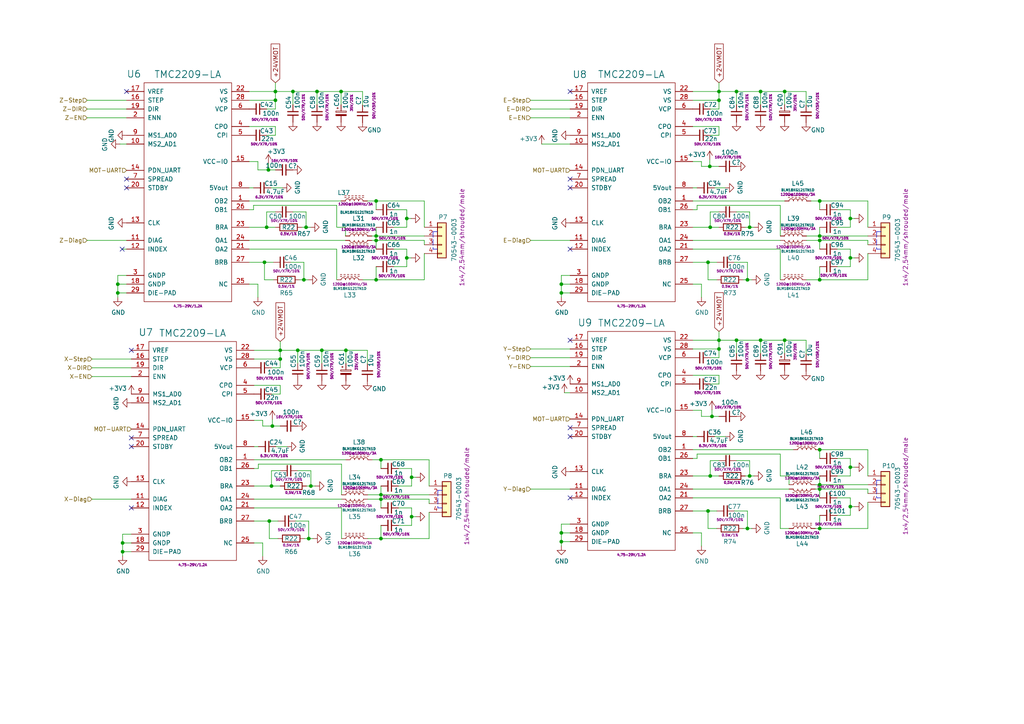
<source format=kicad_sch>
(kicad_sch (version 20231120) (generator "eeschema") (generator_version "8.0")
  (paper "A4")
  (title_block (title "Buddy") (date "2019-10-24") (rev "v1.0.0") (company "PRUSA Research s.r.o.") (comment 1 "http://creativecommons.org/licenses/by-sa/4.0/") (comment 2 "Licensed under the Attribution-ShareAlike 4.0 International (CC BY-SA 4.0)") (comment 3 "#ok1hra"))
  (junction (at 119.38 138.43))
  (junction (at 246.634 63.373))
  (junction (at 216.789 81.153))
  (junction (at 109.093 68.453))
  (junction (at 84.963 26.543))
  (junction (at 213.614 98.679))
  (junction (at 217.424 138.049))
  (junction (at 237.744 69.723))
  (junction (at 117.983 74.803))
  (junction (at 110.49 143.51))
  (junction (at 246.634 74.803))
  (junction (at 117.983 63.373))
  (junction (at 109.093 69.723))
  (junction (at 77.851 49.276))
  (junction (at 79.883 26.543))
  (junction (at 109.093 58.293))
  (junction (at 89.535 156.21))
  (junction (at 78.74 140.97))
  (junction (at 227.584 26.543))
  (junction (at 237.744 68.453))
  (junction (at 205.994 138.049))
  (junction (at 81.28 101.6))
  (junction (at 237.744 140.589))
  (junction (at 109.093 81.153))
  (junction (at 98.933 26.543))
  (junction (at 110.49 133.35))
  (junction (at 162.814 84.963))
  (junction (at 205.359 148.209))
  (junction (at 119.38 149.86))
  (junction (at 78.994 123.571))
  (junction (at 78.105 151.13))
  (junction (at 205.867 48.26))
  (junction (at 208.534 98.679))
  (junction (at 86.36 101.6))
  (junction (at 110.49 156.21))
  (junction (at 88.138 81.153))
  (junction (at 79.883 29.083))
  (junction (at 35.56 157.48))
  (junction (at 237.744 58.293))
  (junction (at 77.343 65.913))
  (junction (at 213.614 26.543))
  (junction (at 208.534 101.219))
  (junction (at 246.634 135.509))
  (junction (at 220.599 26.543))
  (junction (at 237.744 153.289))
  (junction (at 34.163 84.963))
  (junction (at 227.584 98.679))
  (junction (at 205.359 76.073))
  (junction (at 100.33 101.6))
  (junction (at 217.424 65.913))
  (junction (at 76.708 76.073))
  (junction (at 88.773 65.913))
  (junction (at 162.814 157.099))
  (junction (at 162.814 154.559))
  (junction (at 205.994 65.913))
  (junction (at 220.599 98.679))
  (junction (at 237.744 81.153))
  (junction (at 91.948 26.543))
  (junction (at 208.534 26.543))
  (junction (at 237.744 141.859))
  (junction (at 237.744 130.429))
  (junction (at 35.56 160.02))
  (junction (at 206.502 120.777))
  (junction (at 246.634 146.939))
  (junction (at 208.534 29.083))
  (junction (at 162.814 82.423))
  (junction (at 90.17 140.97))
  (junction (at 216.789 153.289))
  (junction (at 110.49 144.78))
  (junction (at 34.163 82.423))
  (junction (at 81.28 104.14))
  (junction (at 93.345 101.6))
  (no_connect (at 165.354 51.943))
  (no_connect (at 165.354 72.263))
  (no_connect (at 38.1 101.6))
  (no_connect (at 38.1 147.32))
  (no_connect (at 35.433 72.263))
  (no_connect (at 38.1 129.54))
  (no_connect (at 165.354 124.079))
  (no_connect (at 165.354 126.619))
  (no_connect (at 38.1 127))
  (no_connect (at 165.354 98.679))
  (no_connect (at 36.703 51.943))
  (no_connect (at 165.354 54.483))
  (no_connect (at 165.354 26.543))
  (no_connect (at 36.703 26.543))
  (no_connect (at 36.703 54.483))
  (no_connect (at 165.354 144.399))
  (wire (pts (xy 25.273 31.623) (xy 36.703 31.623)))
  (wire (pts (xy 165.354 157.099) (xy 162.814 157.099)))
  (wire (pts (xy 119.38 152.4) (xy 115.57 152.4)))
  (wire (pts (xy 207.264 54.483) (xy 210.312 54.483)))
  (wire (pts (xy 74.93 135.89) (xy 74.93 134.62)))
  (wire (pts (xy 251.714 69.723) (xy 251.714 70.993)))
  (wire (pts (xy 79.883 39.243) (xy 77.343 39.243)))
  (wire (pts (xy 107.823 69.723) (xy 109.093 69.723)))
  (wire (pts (xy 233.934 69.723) (xy 237.744 69.723)))
  (wire (pts (xy 93.345 101.6) (xy 100.33 101.6)))
  (wire (pts (xy 78.74 140.97) (xy 81.28 140.97)))
  (wire (pts (xy 200.914 60.833) (xy 202.184 60.833)))
  (wire (pts (xy 251.714 81.153) (xy 251.714 73.533)))
  (wire (pts (xy 237.744 60.833) (xy 237.744 58.293)))
  (polyline (pts (xy 255.524 67.183) (xy 254.254 67.183)) (stroke (width 0) (type dash)))
  (wire (pts (xy 202.184 131.699) (xy 226.314 131.699)))
  (wire (pts (xy 107.823 68.453) (xy 109.093 68.453)))
  (wire (pts (xy 88.265 156.21) (xy 89.535 156.21)))
  (wire (pts (xy 109.093 77.343) (xy 109.093 81.153)))
  (wire (pts (xy 208.534 101.219) (xy 208.534 103.759)))
  (wire (pts (xy 165.354 79.883) (xy 162.814 79.883)))
  (wire (pts (xy 26.67 144.78) (xy 38.1 144.78)))
  (wire (pts (xy 106.553 105.537) (xy 106.553 101.6)))
  (wire (pts (xy 109.093 72.263) (xy 109.093 69.723)))
  (wire (pts (xy 106.68 156.21) (xy 110.49 156.21)))
  (polyline (pts (xy 125.603 67.183) (xy 125.603 72.263)) (stroke (width 0) (type dash)))
  (wire (pts (xy 109.093 58.293) (xy 123.063 58.293)))
  (wire (pts (xy 237.744 153.289) (xy 251.714 153.289)))
  (wire (pts (xy 36.703 82.423) (xy 34.163 82.423)))
  (wire (pts (xy 79.883 31.623) (xy 77.343 31.623)))
  (wire (pts (xy 205.994 133.604) (xy 205.994 138.049)))
  (wire (pts (xy 246.634 135.509) (xy 246.634 138.049)))
  (wire (pts (xy 200.914 26.543) (xy 208.534 26.543)))
  (wire (pts (xy 73.66 104.14) (xy 81.28 104.14)))
  (polyline (pts (xy 125.603 72.263) (xy 126.873 72.263)) (stroke (width 0) (type dash)))
  (wire (pts (xy 110.49 152.4) (xy 110.49 156.21)))
  (wire (pts (xy 213.614 98.679) (xy 220.599 98.679)))
  (wire (pts (xy 115.57 147.32) (xy 119.38 147.32)))
  (wire (pts (xy 205.994 138.049) (xy 208.534 138.049)))
  (wire (pts (xy 205.359 148.209) (xy 205.359 153.289)))
  (wire (pts (xy 236.474 141.859) (xy 237.744 141.859)))
  (wire (pts (xy 233.807 98.679) (xy 227.584 98.679)))
  (wire (pts (xy 88.9 140.97) (xy 90.17 140.97)))
  (wire (pts (xy 79.883 26.543) (xy 84.963 26.543)))
  (wire (pts (xy 200.914 118.999) (xy 203.454 118.999)))
  (wire (pts (xy 237.744 58.293) (xy 251.714 58.293)))
  (wire (pts (xy 79.883 24.003) (xy 79.883 26.543)))
  (wire (pts (xy 205.359 76.073) (xy 205.359 81.153)))
  (wire (pts (xy 26.67 109.22) (xy 38.1 109.22)))
  (wire (pts (xy 213.614 61.468) (xy 217.424 61.468)))
  (wire (pts (xy 212.979 76.073) (xy 216.789 76.073)))
  (wire (pts (xy 74.803 49.276) (xy 74.803 46.863)))
  (wire (pts (xy 200.914 108.839) (xy 208.534 108.839)))
  (wire (pts (xy 78.994 123.571) (xy 76.2 123.571)))
  (wire (pts (xy 36.703 41.783) (xy 34.798 41.783)))
  (polyline (pts (xy 255.524 139.319) (xy 254.254 139.319)) (stroke (width 0) (type dash)))
  (wire (pts (xy 236.474 140.589) (xy 237.744 140.589)))
  (wire (pts (xy 72.263 46.863) (xy 74.803 46.863)))
  (wire (pts (xy 216.154 65.913) (xy 217.424 65.913)))
  (wire (pts (xy 208.534 24.003) (xy 208.534 26.543)))
  (wire (pts (xy 200.914 141.859) (xy 228.854 141.859)))
  (wire (pts (xy 117.983 65.913) (xy 114.173 65.913)))
  (wire (pts (xy 226.314 72.263) (xy 226.314 81.153)))
  (wire (pts (xy 233.807 26.543) (xy 227.584 26.543)))
  (wire (pts (xy 81.28 104.14) (xy 81.28 106.68)))
  (wire (pts (xy 81.28 114.3) (xy 78.74 114.3)))
  (wire (pts (xy 200.914 72.263) (xy 226.314 72.263)))
  (wire (pts (xy 200.914 76.073) (xy 205.359 76.073)))
  (wire (pts (xy 77.851 47.371) (xy 77.851 49.276)))
  (wire (pts (xy 153.924 31.623) (xy 165.354 31.623)))
  (wire (pts (xy 202.184 60.833) (xy 202.184 59.563)))
  (wire (pts (xy 200.914 82.423) (xy 203.454 82.423)))
  (wire (pts (xy 86.36 136.525) (xy 90.17 136.525)))
  (wire (pts (xy 200.914 132.969) (xy 202.184 132.969)))
  (wire (pts (xy 162.814 157.099) (xy 162.814 158.369)))
  (wire (pts (xy 153.924 103.759) (xy 165.354 103.759)))
  (wire (pts (xy 226.314 131.699) (xy 226.314 138.049)))
  (wire (pts (xy 72.263 58.293) (xy 98.933 58.293)))
  (wire (pts (xy 98.933 26.543) (xy 98.933 30.353)))
  (wire (pts (xy 213.614 102.489) (xy 213.614 98.679)))
  (wire (pts (xy 200.914 154.559) (xy 203.454 154.559)))
  (wire (pts (xy 25.273 69.723) (xy 36.703 69.723)))
  (wire (pts (xy 237.744 130.429) (xy 251.714 130.429)))
  (wire (pts (xy 72.263 36.703) (xy 79.883 36.703)))
  (wire (pts (xy 78.105 156.21) (xy 80.645 156.21)))
  (wire (pts (xy 79.248 76.073) (xy 76.708 76.073)))
  (wire (pts (xy 216.789 81.153) (xy 218.059 81.153)))
  (wire (pts (xy 110.49 140.97) (xy 110.49 143.51)))
  (wire (pts (xy 208.534 26.543) (xy 213.614 26.543)))
  (wire (pts (xy 73.66 133.35) (xy 100.33 133.35)))
  (wire (pts (xy 247.904 135.509) (xy 246.634 135.509)))
  (wire (pts (xy 246.634 60.833) (xy 246.634 63.373)))
  (wire (pts (xy 74.803 82.423) (xy 74.803 86.233)))
  (wire (pts (xy 208.534 36.703) (xy 208.534 39.243)))
  (wire (pts (xy 117.983 74.803) (xy 117.983 77.343)))
  (wire (pts (xy 80.645 151.13) (xy 78.105 151.13)))
  (wire (pts (xy 217.424 138.049) (xy 218.694 138.049)))
  (wire (pts (xy 73.66 111.76) (xy 81.28 111.76)))
  (wire (pts (xy 105.283 81.153) (xy 109.093 81.153)))
  (wire (pts (xy 117.983 63.373) (xy 117.983 65.913)))
  (wire (pts (xy 72.263 65.913) (xy 77.343 65.913)))
  (wire (pts (xy 77.851 49.276) (xy 74.803 49.276)))
  (wire (pts (xy 99.06 147.32) (xy 99.06 156.21)))
  (wire (pts (xy 123.063 81.153) (xy 123.063 73.533)))
  (wire (pts (xy 79.883 26.543) (xy 79.883 29.083)))
  (wire (pts (xy 153.924 34.163) (xy 165.354 34.163)))
  (wire (pts (xy 77.343 61.468) (xy 77.343 65.913)))
  (wire (pts (xy 213.614 133.604) (xy 217.424 133.604)))
  (wire (pts (xy 88.773 65.913) (xy 90.043 65.913)))
  (wire (pts (xy 242.824 132.969) (xy 246.634 132.969)))
  (wire (pts (xy 78.105 151.13) (xy 78.105 156.21)))
  (wire (pts (xy 105.156 26.543) (xy 98.933 26.543)))
  (wire (pts (xy 72.263 60.833) (xy 73.533 60.833)))
  (wire (pts (xy 88.138 81.153) (xy 89.408 81.153)))
  (wire (pts (xy 109.093 81.153) (xy 123.063 81.153)))
  (wire (pts (xy 119.253 63.373) (xy 117.983 63.373)))
  (wire (pts (xy 120.65 138.43) (xy 119.38 138.43)))
  (wire (pts (xy 79.883 36.703) (xy 79.883 39.243)))
  (wire (pts (xy 81.28 123.571) (xy 78.994 123.571)))
  (wire (pts (xy 227.584 26.543) (xy 227.584 30.353)))
  (wire (pts (xy 205.867 48.26) (xy 203.454 48.26)))
  (wire (pts (xy 237.744 141.859) (xy 237.744 144.399)))
  (wire (pts (xy 200.914 29.083) (xy 208.534 29.083)))
  (wire (pts (xy 73.66 147.32) (xy 99.06 147.32)))
  (wire (pts (xy 251.714 153.289) (xy 251.714 145.669)))
  (wire (pts (xy 34.163 82.423) (xy 34.163 84.963)))
  (wire (pts (xy 200.914 46.863) (xy 203.454 46.863)))
  (wire (pts (xy 200.914 69.723) (xy 226.314 69.723)))
  (wire (pts (xy 81.28 101.6) (xy 81.28 104.14)))
  (wire (pts (xy 78.613 54.483) (xy 81.915 54.483)))
  (wire (pts (xy 36.703 72.263) (xy 35.433 72.263)))
  (wire (pts (xy 72.263 82.423) (xy 74.803 82.423)))
  (wire (pts (xy 246.634 63.373) (xy 246.634 65.913)))
  (wire (pts (xy 162.814 152.019) (xy 162.814 154.559)))
  (wire (pts (xy 226.314 59.563) (xy 226.314 68.453)))
  (wire (pts (xy 247.904 146.939) (xy 246.634 146.939)))
  (wire (pts (xy 114.173 60.833) (xy 117.983 60.833)))
  (wire (pts (xy 110.49 133.35) (xy 124.46 133.35)))
  (wire (pts (xy 81.28 106.68) (xy 78.74 106.68)))
  (wire (pts (xy 115.57 135.89) (xy 119.38 135.89)))
  (polyline (pts (xy 254.254 67.183) (xy 254.254 72.263)) (stroke (width 0) (type dash)))
  (polyline (pts (xy 128.27 142.24) (xy 127 142.24)) (stroke (width 0) (type dash)))
  (wire (pts (xy 79.883 29.083) (xy 79.883 31.623)))
  (wire (pts (xy 226.314 138.049) (xy 228.854 138.049)))
  (wire (pts (xy 97.663 72.263) (xy 97.663 81.153)))
  (wire (pts (xy 107.95 133.35) (xy 110.49 133.35)))
  (wire (pts (xy 162.814 154.559) (xy 162.814 157.099)))
  (wire (pts (xy 72.263 72.263) (xy 97.663 72.263)))
  (wire (pts (xy 216.789 148.209) (xy 216.789 153.289)))
  (polyline (pts (xy 127 142.24) (xy 127 147.32)) (stroke (width 0) (type dash)))
  (polyline (pts (xy 127 147.32) (xy 128.27 147.32)) (stroke (width 0) (type dash)))
  (wire (pts (xy 205.359 81.153) (xy 207.899 81.153)))
  (wire (pts (xy 237.744 141.859) (xy 251.714 141.859)))
  (wire (pts (xy 72.263 54.483) (xy 73.533 54.483)))
  (wire (pts (xy 73.66 135.89) (xy 74.93 135.89)))
  (polyline (pts (xy 254.254 139.319) (xy 254.254 144.399)) (stroke (width 0) (type dash)))
  (wire (pts (xy 220.599 98.679) (xy 227.584 98.679)))
  (wire (pts (xy 109.093 65.913) (xy 109.093 68.453)))
  (wire (pts (xy 206.502 120.777) (xy 203.454 120.777)))
  (wire (pts (xy 233.934 68.453) (xy 237.744 68.453)))
  (wire (pts (xy 89.535 156.21) (xy 90.805 156.21)))
  (wire (pts (xy 208.534 39.243) (xy 205.994 39.243)))
  (wire (pts (xy 109.093 60.833) (xy 109.093 58.293)))
  (wire (pts (xy 165.354 152.019) (xy 162.814 152.019)))
  (wire (pts (xy 77.343 65.913) (xy 79.883 65.913)))
  (wire (pts (xy 207.899 148.209) (xy 205.359 148.209)))
  (wire (pts (xy 247.904 74.803) (xy 246.634 74.803)))
  (wire (pts (xy 213.614 30.353) (xy 213.614 26.543)))
  (wire (pts (xy 110.49 156.21) (xy 124.46 156.21)))
  (wire (pts (xy 80.01 129.54) (xy 83.312 129.54)))
  (wire (pts (xy 85.725 151.13) (xy 89.535 151.13)))
  (wire (pts (xy 228.854 138.049) (xy 228.854 140.589)))
  (wire (pts (xy 208.534 120.777) (xy 206.502 120.777)))
  (wire (pts (xy 208.534 133.604) (xy 205.994 133.604)))
  (wire (pts (xy 251.714 141.859) (xy 251.714 143.129)))
  (wire (pts (xy 35.56 154.94) (xy 35.56 157.48)))
  (wire (pts (xy 106.68 143.51) (xy 110.49 143.51)))
  (wire (pts (xy 26.67 106.68) (xy 38.1 106.68)))
  (wire (pts (xy 165.354 84.963) (xy 162.814 84.963)))
  (wire (pts (xy 200.914 58.293) (xy 227.584 58.293)))
  (wire (pts (xy 117.983 60.833) (xy 117.983 63.373)))
  (wire (pts (xy 233.807 30.48) (xy 233.807 26.543)))
  (polyline (pts (xy 126.873 67.183) (xy 125.603 67.183)) (stroke (width 0) (type dash)))
  (wire (pts (xy 124.46 156.21) (xy 124.46 148.59)))
  (wire (pts (xy 106.553 101.6) (xy 100.33 101.6)))
  (wire (pts (xy 203.454 120.777) (xy 203.454 118.999)))
  (wire (pts (xy 106.553 58.293) (xy 109.093 58.293)))
  (wire (pts (xy 110.49 143.51) (xy 124.46 143.51)))
  (wire (pts (xy 123.063 69.723) (xy 123.063 70.993)))
  (wire (pts (xy 93.345 105.41) (xy 93.345 101.6)))
  (wire (pts (xy 84.328 76.073) (xy 88.138 76.073)))
  (polyline (pts (xy 254.254 144.399) (xy 255.524 144.399)) (stroke (width 0) (type dash)))
  (wire (pts (xy 233.934 81.153) (xy 237.744 81.153)))
  (wire (pts (xy 26.67 104.14) (xy 38.1 104.14)))
  (wire (pts (xy 246.634 77.343) (xy 242.824 77.343)))
  (wire (pts (xy 86.36 101.6) (xy 93.345 101.6)))
  (wire (pts (xy 119.38 135.89) (xy 119.38 138.43)))
  (wire (pts (xy 36.703 84.963) (xy 34.163 84.963)))
  (wire (pts (xy 216.789 76.073) (xy 216.789 81.153)))
  (wire (pts (xy 208.534 31.623) (xy 205.994 31.623)))
  (wire (pts (xy 213.614 26.543) (xy 220.599 26.543)))
  (wire (pts (xy 91.948 26.543) (xy 98.933 26.543)))
  (wire (pts (xy 73.533 59.563) (xy 97.663 59.563)))
  (wire (pts (xy 78.994 121.666) (xy 78.994 123.571)))
  (wire (pts (xy 237.744 140.589) (xy 251.714 140.589)))
  (wire (pts (xy 220.599 30.353) (xy 220.599 26.543)))
  (wire (pts (xy 100.203 65.913) (xy 100.203 68.453)))
  (wire (pts (xy 237.744 153.289) (xy 237.744 149.479)))
  (wire (pts (xy 73.66 129.54) (xy 74.93 129.54)))
  (wire (pts (xy 88.773 61.468) (xy 88.773 65.913)))
  (wire (pts (xy 79.883 49.276) (xy 77.851 49.276)))
  (wire (pts (xy 110.49 135.89) (xy 110.49 133.35)))
  (wire (pts (xy 220.599 26.543) (xy 227.584 26.543)))
  (wire (pts (xy 153.924 69.723) (xy 165.354 69.723)))
  (wire (pts (xy 38.1 154.94) (xy 35.56 154.94)))
  (wire (pts (xy 88.138 76.073) (xy 88.138 81.153)))
  (wire (pts (xy 84.963 30.353) (xy 84.963 26.543)))
  (wire (pts (xy 205.359 153.289) (xy 207.899 153.289)))
  (wire (pts (xy 227.584 98.679) (xy 227.584 102.489)))
  (wire (pts (xy 208.534 103.759) (xy 205.994 103.759)))
  (wire (pts (xy 217.424 61.468) (xy 217.424 65.913)))
  (wire (pts (xy 78.74 136.525) (xy 78.74 140.97)))
  (wire (pts (xy 236.474 153.289) (xy 237.744 153.289)))
  (wire (pts (xy 220.599 102.489) (xy 220.599 98.679)))
  (wire (pts (xy 100.33 101.6) (xy 100.33 105.41)))
  (wire (pts (xy 74.93 134.62) (xy 99.06 134.62)))
  (wire (pts (xy 25.273 29.083) (xy 36.703 29.083)))
  (wire (pts (xy 216.789 153.289) (xy 218.059 153.289)))
  (wire (pts (xy 97.663 65.913) (xy 100.203 65.913)))
  (wire (pts (xy 109.093 69.723) (xy 123.063 69.723)))
  (wire (pts (xy 76.2 157.48) (xy 76.2 161.29)))
  (wire (pts (xy 153.924 141.859) (xy 165.354 141.859)))
  (wire (pts (xy 246.634 138.049) (xy 242.824 138.049)))
  (wire (pts (xy 246.634 72.263) (xy 246.634 74.803)))
  (wire (pts (xy 72.263 29.083) (xy 79.883 29.083)))
  (wire (pts (xy 90.17 140.97) (xy 91.44 140.97)))
  (wire (pts (xy 72.263 76.073) (xy 76.708 76.073)))
  (wire (pts (xy 216.154 138.049) (xy 217.424 138.049)))
  (wire (pts (xy 207.899 76.073) (xy 205.359 76.073)))
  (wire (pts (xy 81.28 99.06) (xy 81.28 101.6)))
  (wire (pts (xy 237.744 69.723) (xy 251.714 69.723)))
  (wire (pts (xy 165.354 154.559) (xy 162.814 154.559)))
  (wire (pts (xy 123.063 58.293) (xy 123.063 65.913)))
  (wire (pts (xy 153.924 29.083) (xy 165.354 29.083)))
  (wire (pts (xy 109.093 68.453) (xy 123.063 68.453)))
  (wire (pts (xy 79.883 61.468) (xy 77.343 61.468)))
  (wire (pts (xy 242.824 144.399) (xy 246.634 144.399)))
  (wire (pts (xy 242.824 60.833) (xy 246.634 60.833)))
  (wire (pts (xy 246.634 132.969) (xy 246.634 135.509)))
  (wire (pts (xy 202.184 132.969) (xy 202.184 131.699)))
  (wire (pts (xy 237.744 130.429) (xy 237.744 132.969)))
  (wire (pts (xy 203.454 48.26) (xy 203.454 46.863)))
  (wire (pts (xy 237.744 81.153) (xy 251.714 81.153)))
  (wire (pts (xy 246.634 146.939) (xy 246.634 149.479)))
  (wire (pts (xy 36.703 79.883) (xy 34.163 79.883)))
  (wire (pts (xy 73.66 140.97) (xy 78.74 140.97)))
  (wire (pts (xy 200.914 36.703) (xy 208.534 36.703)))
  (wire (pts (xy 233.807 102.616) (xy 233.807 98.679)))
  (wire (pts (xy 208.534 26.543) (xy 208.534 29.083)))
  (wire (pts (xy 215.519 81.153) (xy 216.789 81.153)))
  (wire (pts (xy 226.314 144.399) (xy 226.314 153.289)))
  (wire (pts (xy 200.914 130.429) (xy 230.124 130.429)))
  (wire (pts (xy 208.534 96.139) (xy 208.534 98.679)))
  (wire (pts (xy 87.503 65.913) (xy 88.773 65.913)))
  (wire (pts (xy 25.273 34.163) (xy 36.703 34.163)))
  (wire (pts (xy 153.924 101.219) (xy 165.354 101.219)))
  (wire (pts (xy 97.663 59.563) (xy 97.663 65.913)))
  (wire (pts (xy 81.28 136.525) (xy 78.74 136.525)))
  (wire (pts (xy 72.263 69.723) (xy 100.203 69.723)))
  (wire (pts (xy 89.535 151.13) (xy 89.535 156.21)))
  (wire (pts (xy 247.904 63.373) (xy 246.634 63.373)))
  (wire (pts (xy 237.744 68.453) (xy 251.714 68.453)))
  (wire (pts (xy 203.454 82.423) (xy 203.454 86.233)))
  (wire (pts (xy 35.56 160.02) (xy 35.56 161.29)))
  (wire (pts (xy 114.173 72.263) (xy 117.983 72.263)))
  (wire (pts (xy 76.2 123.571) (xy 76.2 121.92)))
  (wire (pts (xy 208.534 98.679) (xy 208.534 101.219)))
  (wire (pts (xy 72.263 26.543) (xy 79.883 26.543)))
  (wire (pts (xy 200.914 144.399) (xy 226.314 144.399)))
  (wire (pts (xy 73.66 101.6) (xy 81.28 101.6)))
  (wire (pts (xy 208.534 48.26) (xy 205.867 48.26)))
  (wire (pts (xy 246.634 149.479) (xy 242.824 149.479)))
  (wire (pts (xy 237.744 77.343) (xy 237.744 81.153)))
  (wire (pts (xy 110.49 147.32) (xy 110.49 144.78)))
  (wire (pts (xy 200.914 101.219) (xy 208.534 101.219)))
  (wire (pts (xy 38.1 157.48) (xy 35.56 157.48)))
  (wire (pts (xy 205.867 46.355) (xy 205.867 48.26)))
  (wire (pts (xy 153.924 106.299) (xy 165.354 106.299)))
  (wire (pts (xy 208.534 111.379) (xy 205.994 111.379)))
  (wire (pts (xy 212.979 148.209) (xy 216.789 148.209)))
  (wire (pts (xy 205.994 61.468) (xy 205.994 65.913)))
  (wire (pts (xy 86.868 81.153) (xy 88.138 81.153)))
  (wire (pts (xy 110.49 144.78) (xy 124.46 144.78)))
  (wire (pts (xy 124.46 144.78) (xy 124.46 146.05)))
  (wire (pts (xy 237.744 140.589) (xy 237.744 138.049)))
  (wire (pts (xy 200.914 148.209) (xy 205.359 148.209)))
  (wire (pts (xy 120.65 149.86) (xy 119.38 149.86)))
  (wire (pts (xy 200.914 54.483) (xy 202.184 54.483)))
  (wire (pts (xy 217.424 65.913) (xy 218.694 65.913)))
  (wire (pts (xy 200.914 126.619) (xy 202.184 126.619)))
  (wire (pts (xy 106.68 144.78) (xy 110.49 144.78)))
  (wire (pts (xy 203.454 154.559) (xy 203.454 158.369)))
  (wire (pts (xy 162.814 82.423) (xy 162.814 84.963)))
  (wire (pts (xy 162.814 84.963) (xy 162.814 86.233)))
  (wire (pts (xy 200.914 98.679) (xy 208.534 98.679)))
  (wire (pts (xy 246.634 74.803) (xy 246.634 77.343)))
  (wire (pts (xy 105.156 30.48) (xy 105.156 26.543)))
  (wire (pts (xy 217.424 133.604) (xy 217.424 138.049)))
  (wire (pts (xy 119.253 74.803) (xy 117.983 74.803)))
  (wire (pts (xy 163.703 113.919) (xy 165.354 113.919)))
  (wire (pts (xy 251.714 58.293) (xy 251.714 65.913)))
  (wire (pts (xy 202.184 59.563) (xy 226.314 59.563)))
  (wire (pts (xy 73.533 60.833) (xy 73.533 59.563)))
  (wire (pts (xy 226.314 153.289) (xy 228.854 153.289)))
  (wire (pts (xy 165.354 82.423) (xy 162.814 82.423)))
  (wire (pts (xy 91.948 30.353) (xy 91.948 26.543)))
  (wire (pts (xy 34.163 79.883) (xy 34.163 82.423)))
  (wire (pts (xy 237.744 72.263) (xy 237.744 69.723)))
  (wire (pts (xy 119.38 147.32) (xy 119.38 149.86)))
  (wire (pts (xy 207.264 126.619) (xy 210.439 126.619)))
  (wire (pts (xy 119.38 140.97) (xy 115.57 140.97)))
  (wire (pts (xy 119.38 149.86) (xy 119.38 152.4)))
  (wire (pts (xy 251.714 130.429) (xy 251.714 138.049)))
  (wire (pts (xy 162.814 79.883) (xy 162.814 82.423)))
  (wire (pts (xy 246.634 144.399) (xy 246.634 146.939)))
  (wire (pts (xy 76.708 81.153) (xy 79.248 81.153)))
  (wire (pts (xy 81.28 111.76) (xy 81.28 114.3)))
  (wire (pts (xy 165.354 41.783) (xy 157.099 41.783)))
  (wire (pts (xy 117.983 72.263) (xy 117.983 74.803)))
  (wire (pts (xy 90.17 136.525) (xy 90.17 140.97)))
  (wire (pts (xy 119.38 138.43) (xy 119.38 140.97)))
  (wire (pts (xy 76.708 76.073) (xy 76.708 81.153)))
  (wire (pts (xy 117.983 77.343) (xy 114.173 77.343)))
  (wire (pts (xy 206.502 118.872) (xy 206.502 120.777)))
  (wire (pts (xy 34.163 84.963) (xy 34.163 86.233)))
  (wire (pts (xy 84.963 26.543) (xy 91.948 26.543)))
  (wire (pts (xy 73.66 157.48) (xy 76.2 157.48)))
  (wire (pts (xy 86.36 105.41) (xy 86.36 101.6)))
  (wire (pts (xy 73.66 121.92) (xy 76.2 121.92)))
  (wire (pts (xy 73.66 144.78) (xy 99.06 144.78)))
  (polyline (pts (xy 254.254 72.263) (xy 255.524 72.263)) (stroke (width 0) (type dash)))
  (wire (pts (xy 200.914 65.913) (xy 205.994 65.913)))
  (wire (pts (xy 99.06 134.62) (xy 99.06 143.51)))
  (wire (pts (xy 38.1 160.02) (xy 35.56 160.02)))
  (wire (pts (xy 235.204 58.293) (xy 237.744 58.293)))
  (wire (pts (xy 215.519 153.289) (xy 216.789 153.289)))
  (wire (pts (xy 237.744 65.913) (xy 237.744 68.453)))
  (wire (pts (xy 205.994 65.913) (xy 208.534 65.913)))
  (wire (pts (xy 246.634 65.913) (xy 242.824 65.913)))
  (wire (pts (xy 73.66 151.13) (xy 78.105 151.13)))
  (wire (pts (xy 35.56 157.48) (xy 35.56 160.02)))
  (wire (pts (xy 208.534 61.468) (xy 205.994 61.468)))
  (wire (pts (xy 208.534 29.083) (xy 208.534 31.623)))
  (wire (pts (xy 208.534 98.679) (xy 213.614 98.679)))
  (wire (pts (xy 208.534 108.839) (xy 208.534 111.379)))
  (wire (pts (xy 242.824 72.263) (xy 246.634 72.263)))
  (wire (pts (xy 124.46 133.35) (xy 124.46 140.97)))
  (wire (pts (xy 200.914 138.049) (xy 205.994 138.049)))
  (wire (pts (xy 84.963 61.468) (xy 88.773 61.468)))
  (wire (pts (xy 81.28 101.6) (xy 86.36 101.6)))
  (global_label "+24VMOT" (shape input) (at 79.883 24.003 90) (property "Intersheetrefs" "${INTERSHEET_REFS}" (effects (hide yes))))
  (global_label "+24VMOT" (shape input) (at 81.28 99.06 90) (property "Intersheetrefs" "${INTERSHEET_REFS}" (effects (hide yes))))
  (global_label "+24VMOT" (shape input) (at 208.534 24.003 90) (property "Intersheetrefs" "${INTERSHEET_REFS}" (effects (hide yes))))
  (global_label "+24VMOT" (shape input) (at 208.534 96.139 90) (property "Intersheetrefs" "${INTERSHEET_REFS}" (effects (hide yes))))
  (hierarchical_label "Y-EN" (shape input) (at 153.924 106.299 180) (effects (font (size 1.1938 1.1938))))
  (hierarchical_label "Y-DIR" (shape input) (at 153.924 103.759 180) (effects (font (size 1.1938 1.1938))))
  (hierarchical_label "Z-DIR" (shape input) (at 25.273 31.623 180) (effects (font (size 1.1938 1.1938))))
  (hierarchical_label "MOT-UART" (shape input) (at 38.1 124.46 180) (effects (font (size 1.1938 1.1938))))
  (hierarchical_label "E-DIR" (shape input) (at 153.924 31.623 180) (effects (font (size 1.1938 1.1938))))
  (hierarchical_label "E-EN" (shape input) (at 153.924 34.163 180) (effects (font (size 1.1938 1.1938))))
  (hierarchical_label "MOT-UART" (shape input) (at 165.354 49.403 180) (effects (font (size 1.1938 1.1938))))
  (hierarchical_label "MOT-UART" (shape input) (at 165.354 121.539 180) (effects (font (size 1.1938 1.1938))))
  (hierarchical_label "E-Step" (shape input) (at 153.924 29.083 180) (effects (font (size 1.1938 1.1938))))
  (hierarchical_label "X-Step" (shape input) (at 26.67 104.14 180) (effects (font (size 1.1938 1.1938))))
  (hierarchical_label "Z-EN" (shape input) (at 25.273 34.163 180) (effects (font (size 1.1938 1.1938))))
  (hierarchical_label "MOT-UART" (shape input) (at 36.703 49.403 180) (effects (font (size 1.1938 1.1938))))
  (hierarchical_label "Z-Step" (shape input) (at 25.273 29.083 180) (effects (font (size 1.1938 1.1938))))
  (hierarchical_label "X-Diag" (shape input) (at 26.67 144.78 180) (effects (font (size 1.1938 1.1938))))
  (hierarchical_label "Y-Diag" (shape input) (at 153.924 141.859 180) (effects (font (size 1.1938 1.1938))))
  (hierarchical_label "Y-Step" (shape input) (at 153.924 101.219 180) (effects (font (size 1.1938 1.1938))))
  (hierarchical_label "E-Diag" (shape input) (at 153.924 69.723 180) (effects (font (size 1.1938 1.1938))))
  (hierarchical_label "X-DIR" (shape input) (at 26.67 106.68 180) (effects (font (size 1.1938 1.1938))))
  (hierarchical_label "Z-Diag" (shape input) (at 25.273 69.723 180) (effects (font (size 1.1938 1.1938))))
  (hierarchical_label "X-EN" (shape input) (at 26.67 109.22 180) (effects (font (size 1.1938 1.1938))))
  (symbol (lib_id "BUDDY_v1.0.0-rescue:GND-power") (at 36.703 39.243 270) (unit 1)
    (property "Reference" "#PWR0104" (effects (hide yes)))
    (property "Value" "GND" (at 32.3088 39.37 0))
  )
  (symbol (lib_id "Device:C_Small") (at 74.803 31.623 270) (unit 1)
    (property "Reference" "C42" (at 77.343 30.353 90))
    (property "Value" "100n" (at 78.613 32.893 90))
    (property "Footprint" "A3IDES_footprints:C_0603_1608Metric" (effects (hide yes)))
    (property "req" "50V/X7R/10%" (at 76.835 34.671 90) (effects (font (size 0.7112 0.7112))))
  )
  (symbol (lib_id "Device:C_Small") (at 74.803 39.243 270) (unit 1)
    (property "Reference" "C43" (at 77.343 37.973 90))
    (property "Value" "22n" (at 77.597 40.259 90))
    (property "Footprint" "A3IDES_footprints:C_0402_1005Metric" (effects (hide yes)))
    (property "req" "50V/X7R/10%" (at 76.581 41.783 90) (effects (font (size 0.7112 0.7112))))
  )
  (symbol (lib_id "Device:C_Small") (at 84.963 32.893 0) (unit 1)
    (property "Reference" "C54" (at 83.693 29.718 90))
    (property "Value" "100n" (at 86.233 29.083 90))
    (property "Footprint" "A3IDES_footprints:C_0603_1608Metric" (effects (hide yes)))
    (property "req" "50V/X7R/10%" (at 88.011 31.115 90) (effects (font (size 0.7112 0.7112))))
  )
  (symbol (lib_id "BUDDY_v1.0.0-rescue:GND-power") (at 36.703 64.643 270) (unit 1)
    (property "Reference" "#PWR0105" (effects (hide yes)))
    (property "Value" "GND" (at 32.3088 64.77 0))
  )
  (symbol (lib_id "Device:C_Small") (at 91.948 32.893 0) (unit 1)
    (property "Reference" "C58" (at 90.678 29.718 90))
    (property "Value" "100n" (at 93.218 29.083 90))
    (property "Footprint" "A3IDES_footprints:C_0603_1608Metric" (effects (hide yes)))
    (property "req" "50V/X7R/10%" (at 94.869 31.115 90) (effects (font (size 0.7112 0.7112))))
  )
  (symbol (lib_id "BUDDY_v1.0.0-rescue:CP_Small-Device") (at 98.933 32.893 0) (unit 1)
    (property "Reference" "C60" (at 97.663 30.988 90) (effects (justify left)))
    (property "Value" "100u" (at 100.203 31.623 90) (effects (justify left)))
    (property "Footprint" "A3IDES_footprints:c_elec_6.3x7.7" (effects (hide yes)))
    (property "req" "35V/20%" (at 101.981 29.845 90) (effects (font (size 0.7112 0.7112))))
  )
  (symbol (lib_id "BUDDY_v1.0.0-rescue:GND-power") (at 84.963 35.433 0) (unit 1)
    (property "Reference" "#PWR0113" (effects (hide yes)))
    (property "Value" "GND" (effects (hide yes)))
  )
  (symbol (lib_id "BUDDY_v1.0.0-rescue:GND-power") (at 91.948 35.433 0) (unit 1)
    (property "Reference" "#PWR0125" (effects (hide yes)))
    (property "Value" "GND" (effects (hide yes)))
  )
  (symbol (lib_id "BUDDY_v1.0.0-rescue:GND-power") (at 98.933 35.433 0) (unit 1)
    (property "Reference" "#PWR0127" (effects (hide yes)))
    (property "Value" "GND" (effects (hide yes)))
  )
  (symbol (lib_id "BUDDY_v1.0.0-rescue:GND-power") (at 34.163 86.233 0) (unit 1)
    (property "Reference" "#PWR0102" (effects (hide yes)))
    (property "Value" "GND" (at 34.29 90.6272 0))
  )
  (symbol (lib_id "BUDDY_v1.0.0-rescue:GND-power") (at 84.963 49.276 90) (unit 1)
    (property "Reference" "#PWR0114" (effects (hide yes)))
    (property "Value" "GND" (effects (hide yes)))
  )
  (symbol (lib_id "BUDDY_v1.0.0-rescue:GND-power") (at 81.915 54.483 90) (unit 1)
    (property "Reference" "#PWR0129" (effects (hide yes)))
    (property "Value" "GND" (at 86.3092 54.356 0))
  )
  (symbol (lib_id "Device:C_Small") (at 82.423 61.468 90) (unit 1)
    (property "Reference" "C50" (at 79.883 62.738 90))
    (property "Value" "100n" (at 86.233 62.738 90))
    (property "Footprint" "A3IDES_footprints:C_0603_1608Metric" (effects (hide yes)))
    (property "req" "50V/X7R/10%" (at 82.423 64.008 90) (effects (font (size 0.7112 0.7112))))
  )
  (symbol (lib_id "Device:R") (at 83.693 65.913 270) (unit 1)
    (property "Reference" "R67" (at 88.138 67.818 90))
    (property "Value" "R22" (at 83.693 65.913 90))
    (property "Footprint" "A3IDES_footprints:R_1206" (effects (hide yes)))
    (property "req" "0,5W/1%" (at 83.693 67.818 90) (effects (font (size 0.7112 0.7112))))
  )
  (symbol (lib_id "BUDDY_v1.0.0-rescue:GND-power") (at 90.043 65.913 90) (unit 1)
    (property "Reference" "#PWR0121" (effects (hide yes)))
    (property "Value" "GND" (at 94.4372 65.786 0))
  )
  (symbol (lib_id "Device:C_Small") (at 81.788 76.073 90) (mirror x) (unit 1)
    (property "Reference" "C46" (at 84.328 74.803 90))
    (property "Value" "100n" (at 84.963 77.343 90))
    (property "Footprint" "A3IDES_footprints:C_0603_1608Metric" (effects (hide yes)))
    (property "req" "50V/X7R/10%" (at 83.058 78.613 90) (effects (font (size 0.7112 0.7112))))
  )
  (symbol (lib_id "Device:R") (at 83.058 81.153 270) (unit 1)
    (property "Reference" "R65" (at 83.058 84.963 90))
    (property "Value" "R22" (at 83.058 81.153 90))
    (property "Footprint" "A3IDES_footprints:R_1206" (effects (hide yes)))
    (property "req" "0,5W/1%" (at 83.058 83.058 90) (effects (font (size 0.7112 0.7112))))
  )
  (symbol (lib_id "BUDDY_v1.0.0-rescue:GND-power") (at 89.408 81.153 90) (unit 1)
    (property "Reference" "#PWR0119" (effects (hide yes)))
    (property "Value" "GND" (at 93.8022 81.026 0))
  )
  (symbol (lib_id "BUDDY_v1.0.0-rescue:GND-power") (at 74.803 86.233 0) (unit 1)
    (property "Reference" "#PWR0109" (effects (hide yes)))
    (property "Value" "GND" (at 74.93 90.6272 0))
  )
  (symbol (lib_id "Device:C_Small") (at 111.633 60.833 270) (unit 1)
    (property "Reference" "C64" (at 114.173 59.563 90))
    (property "Value" "1n" (at 114.173 62.103 90))
    (property "Footprint" "A3IDES_footprints:C_0603_1608Metric" (effects (hide yes)))
    (property "req" "50V/X7R/10%" (at 111.633 63.373 90) (effects (font (size 0.7112 0.7112))))
  )
  (symbol (lib_id "Device:C_Small") (at 111.633 65.913 270) (unit 1)
    (property "Reference" "C65" (at 114.173 64.643 90))
    (property "Value" "1n" (at 114.173 67.183 90))
    (property "Footprint" "A3IDES_footprints:C_0603_1608Metric" (effects (hide yes)))
    (property "req" "50V/X7R/10%" (at 113.792 69.088 90) (effects (font (size 0.7112 0.7112))))
  )
  (symbol (lib_id "BUDDY_v1.0.0-rescue:L_Core_Ferrite-Device") (at 102.743 58.293 90) (unit 1)
    (property "Reference" "L37" (at 99.695 55.88 90))
    (property "Value" "BLM18KG121TN1D" (at 103.505 61.595 90) (effects (font (size 0.7112 0.7112))))
    (property "Footprint" "A3IDES_footprints:R_0603_1608Metric" (effects (hide yes)))
    (property "req" "120Ω@100MHz/3A" (at 103.124 59.182 90) (effects (font (size 0.7112 0.7112))))
  )
  (symbol (lib_id "BUDDY_v1.0.0-rescue:L_Core_Ferrite-Device") (at 104.013 68.453 90) (unit 1)
    (property "Reference" "L31" (at 104.013 63.373 90))
    (property "Value" "BLM18KG121TN1D" (at 104.013 65.278 90) (effects (font (size 0.7112 0.7112))))
    (property "Footprint" "A3IDES_footprints:R_0603_1608Metric" (effects (hide yes)))
    (property "req" "120Ω@100MHz/3A" (at 104.013 66.548 90) (effects (font (size 0.7112 0.7112))))
  )
  (symbol (lib_id "BUDDY_v1.0.0-rescue:GND-power") (at 119.253 63.373 90) (unit 1)
    (property "Reference" "#PWR0131" (effects (hide yes)))
    (property "Value" "GND" (effects (hide yes)))
  )
  (symbol (lib_id "Connector_Generic:Conn_01x04") (at 128.143 68.453 0) (unit 1)
    (property "Reference" "P7" (at 127.127 62.992 0) (effects (justify left)))
    (property "Value" "70543-0003" (at 131.699 75.946 90) (effects (justify left)))
    (property "Footprint" "A3IDES_footprints:Pin_1x04-XL" (effects (hide yes)))
    (property "req" "1x4/2,54mm/shrouded/male" (at 133.985 68.834 90))
  )
  (symbol (lib_id "Device:C_Small") (at 111.633 72.263 270) (unit 1)
    (property "Reference" "C66" (at 114.173 70.993 90))
    (property "Value" "1n" (at 114.173 73.533 90))
    (property "Footprint" "A3IDES_footprints:C_0603_1608Metric" (effects (hide yes)))
    (property "req" "50V/X7R/10%" (at 111.633 74.803 90) (effects (font (size 0.7112 0.7112))))
  )
  (symbol (lib_id "Device:C_Small") (at 111.633 77.343 270) (unit 1)
    (property "Reference" "C67" (at 114.173 76.073 90))
    (property "Value" "1n" (at 114.173 78.613 90))
    (property "Footprint" "A3IDES_footprints:C_0603_1608Metric" (effects (hide yes)))
    (property "req" "50V/X7R/10%" (at 113.665 80.01 90) (effects (font (size 0.7112 0.7112))))
  )
  (symbol (lib_id "BUDDY_v1.0.0-rescue:L_Core_Ferrite-Device") (at 104.013 69.723 90) (mirror x) (unit 1)
    (property "Reference" "L32" (at 104.013 74.803 90))
    (property "Value" "BLM18KG121TN1D" (at 104.013 72.898 90) (effects (font (size 0.7112 0.7112))))
    (property "Footprint" "A3IDES_footprints:R_0603_1608Metric" (effects (hide yes)))
    (property "req" "120Ω@100MHz/3A" (at 104.013 71.628 90) (effects (font (size 0.7112 0.7112))))
  )
  (symbol (lib_id "BUDDY_v1.0.0-rescue:L_Core_Ferrite-Device") (at 101.473 81.153 90) (unit 1)
    (property "Reference" "L33" (at 101.473 85.598 90))
    (property "Value" "BLM18KG121TN1D" (at 101.473 83.693 90) (effects (font (size 0.7112 0.7112))))
    (property "Footprint" "A3IDES_footprints:R_0603_1608Metric" (effects (hide yes)))
    (property "req" "120Ω@100MHz/3A" (at 101.473 82.423 90) (effects (font (size 0.7112 0.7112))))
  )
  (symbol (lib_id "BUDDY_v1.0.0-rescue:GND-power") (at 119.253 74.803 90) (unit 1)
    (property "Reference" "#PWR0132" (effects (hide yes)))
    (property "Value" "GND" (effects (hide yes)))
  )
  (symbol (lib_id "BUDDY_v1.0.0-rescue:TMC2209-LA-T-2209-A3IDES-rescue") (at 54.483 57.023 0) (unit 1)
    (property "Reference" "U6" (at 38.862 21.463 0) (effects (font (size 2.0066 2.0066))))
    (property "Value" "TMC2209-LA" (at 54.483 21.5646 0) (effects (font (size 2.0066 2.0066))))
    (property "Footprint" "Package_DFN_QFN:QFN-28_EP_5x5_Pitch0.5mm" (effects (hide yes)))
    (property "req" "4,75-29V/1.2A" (at 54.483 88.773 0) (effects (font (size 0.7112 0.7112))))
  )
  (symbol (lib_id "BUDDY_v1.0.0-rescue:TMC2209-LA-T-2209-A3IDES-rescue") (at 183.134 57.023 0) (unit 1)
    (property "Reference" "U8" (at 168.148 21.59 0) (effects (font (size 2.0066 2.0066))))
    (property "Value" "TMC2209-LA" (at 183.134 21.5646 0) (effects (font (size 2.0066 2.0066))))
    (property "Footprint" "Package_DFN_QFN:QFN-28_EP_5x5_Pitch0.5mm" (effects (hide yes)))
    (property "req" "4,75-29V/1.2A" (at 183.134 88.773 0) (effects (font (size 0.7112 0.7112))))
  )
  (symbol (lib_id "BUDDY_v1.0.0-rescue:GND-power") (at 165.354 39.243 270) (unit 1)
    (property "Reference" "#PWR0139" (effects (hide yes)))
    (property "Value" "GND" (at 160.9598 39.37 0))
  )
  (symbol (lib_id "BUDDY_v1.0.0-rescue:GND-power") (at 165.354 64.643 270) (unit 1)
    (property "Reference" "#PWR0140" (effects (hide yes)))
    (property "Value" "GND" (at 160.9598 64.77 0))
  )
  (symbol (lib_id "BUDDY_v1.0.0-rescue:GND-power") (at 162.814 86.233 0) (unit 1)
    (property "Reference" "#PWR0137" (effects (hide yes)))
    (property "Value" "GND" (at 162.941 90.6272 0))
  )
  (symbol (lib_id "Device:C_Small") (at 203.454 31.623 270) (unit 1)
    (property "Reference" "C72" (at 205.994 30.353 90))
    (property "Value" "100n" (at 207.264 32.893 90))
    (property "Footprint" "A3IDES_footprints:C_0603_1608Metric" (effects (hide yes)))
    (property "req" "50V/X7R/10%" (at 205.486 34.671 90) (effects (font (size 0.7112 0.7112))))
  )
  (symbol (lib_id "Device:C_Small") (at 203.454 39.243 270) (unit 1)
    (property "Reference" "C73" (at 205.994 37.973 90))
    (property "Value" "22n" (at 206.248 40.259 90))
    (property "Footprint" "A3IDES_footprints:C_0402_1005Metric" (effects (hide yes)))
    (property "req" "50V/X7R/10%" (at 205.232 41.783 90) (effects (font (size 0.7112 0.7112))))
  )
  (symbol (lib_id "Device:C_Small") (at 213.614 32.893 0) (unit 1)
    (property "Reference" "C84" (at 212.344 29.718 90))
    (property "Value" "100n" (at 214.884 29.083 90))
    (property "Footprint" "A3IDES_footprints:C_0603_1608Metric" (effects (hide yes)))
    (property "req" "50V/X7R/10%" (at 216.662 31.115 90) (effects (font (size 0.7112 0.7112))))
  )
  (symbol (lib_id "Device:C_Small") (at 220.599 32.893 0) (unit 1)
    (property "Reference" "C88" (at 219.329 29.718 90))
    (property "Value" "100n" (at 221.869 29.083 90))
    (property "Footprint" "A3IDES_footprints:C_0603_1608Metric" (effects (hide yes)))
    (property "req" "50V/X7R/10%" (at 223.52 31.115 90) (effects (font (size 0.7112 0.7112))))
  )
  (symbol (lib_id "BUDDY_v1.0.0-rescue:CP_Small-Device") (at 227.584 32.893 0) (unit 1)
    (property "Reference" "C90" (at 226.314 30.988 90) (effects (justify left)))
    (property "Value" "100u" (at 228.854 31.623 90) (effects (justify left)))
    (property "Footprint" "A3IDES_footprints:c_elec_6.3x7.7" (effects (hide yes)))
    (property "req" "35V/20%" (at 230.632 29.845 90) (effects (font (size 0.7112 0.7112))))
  )
  (symbol (lib_id "BUDDY_v1.0.0-rescue:GND-power") (at 213.614 35.433 0) (unit 1)
    (property "Reference" "#PWR0147" (effects (hide yes)))
    (property "Value" "GND" (effects (hide yes)))
  )
  (symbol (lib_id "BUDDY_v1.0.0-rescue:GND-power") (at 220.599 35.433 0) (unit 1)
    (property "Reference" "#PWR0159" (effects (hide yes)))
    (property "Value" "GND" (effects (hide yes)))
  )
  (symbol (lib_id "BUDDY_v1.0.0-rescue:GND-power") (at 227.584 35.433 0) (unit 1)
    (property "Reference" "#PWR0161" (effects (hide yes)))
    (property "Value" "GND" (effects (hide yes)))
  )
  (symbol (lib_id "BUDDY_v1.0.0-rescue:GND-power") (at 213.614 48.26 90) (unit 1)
    (property "Reference" "#PWR0148" (effects (hide yes)))
    (property "Value" "GND" (effects (hide yes)))
  )
  (symbol (lib_id "BUDDY_v1.0.0-rescue:GND-power") (at 210.312 54.483 90) (unit 1)
    (property "Reference" "#PWR0163" (effects (hide yes)))
    (property "Value" "GND" (at 214.7062 54.356 0))
  )
  (symbol (lib_id "Device:C_Small") (at 211.074 61.468 90) (unit 1)
    (property "Reference" "C80" (at 208.534 62.738 90))
    (property "Value" "100n" (at 214.884 62.738 90))
    (property "Footprint" "A3IDES_footprints:C_0603_1608Metric" (effects (hide yes)))
    (property "req" "50V/X7R/10%" (at 211.074 64.008 90) (effects (font (size 0.7112 0.7112))))
  )
  (symbol (lib_id "Device:R") (at 212.344 65.913 270) (unit 1)
    (property "Reference" "R75" (at 216.789 67.818 90))
    (property "Value" "R22" (at 212.344 65.913 90))
    (property "Footprint" "A3IDES_footprints:R_1206" (effects (hide yes)))
    (property "req" "0,5W/1%" (at 212.344 67.818 90) (effects (font (size 0.7112 0.7112))))
  )
  (symbol (lib_id "BUDDY_v1.0.0-rescue:GND-power") (at 218.694 65.913 90) (unit 1)
    (property "Reference" "#PWR0155" (effects (hide yes)))
    (property "Value" "GND" (at 223.0882 65.786 0))
  )
  (symbol (lib_id "Device:C_Small") (at 210.439 76.073 90) (mirror x) (unit 1)
    (property "Reference" "C76" (at 212.979 74.803 90))
    (property "Value" "100n" (at 213.614 77.343 90))
    (property "Footprint" "A3IDES_footprints:C_0603_1608Metric" (effects (hide yes)))
    (property "req" "50V/X7R/10%" (at 211.709 78.613 90) (effects (font (size 0.7112 0.7112))))
  )
  (symbol (lib_id "Device:R") (at 211.709 81.153 270) (unit 1)
    (property "Reference" "R73" (at 211.709 84.963 90))
    (property "Value" "R22" (at 211.709 81.153 90))
    (property "Footprint" "A3IDES_footprints:R_1206" (effects (hide yes)))
    (property "req" "0,5W/1%" (at 211.709 83.058 90) (effects (font (size 0.7112 0.7112))))
  )
  (symbol (lib_id "BUDDY_v1.0.0-rescue:GND-power") (at 218.059 81.153 90) (unit 1)
    (property "Reference" "#PWR0153" (effects (hide yes)))
    (property "Value" "GND" (at 222.4532 81.026 0))
  )
  (symbol (lib_id "BUDDY_v1.0.0-rescue:GND-power") (at 203.454 86.233 0) (unit 1)
    (property "Reference" "#PWR0143" (effects (hide yes)))
    (property "Value" "GND" (at 203.581 90.6272 0))
  )
  (symbol (lib_id "Device:C_Small") (at 240.284 60.833 270) (unit 1)
    (property "Reference" "C94" (at 242.824 59.563 90))
    (property "Value" "1n" (at 242.824 62.103 90))
    (property "Footprint" "A3IDES_footprints:C_0603_1608Metric" (effects (hide yes)))
    (property "req" "50V/X7R/10%" (at 240.284 63.373 90) (effects (font (size 0.7112 0.7112))))
  )
  (symbol (lib_id "Device:C_Small") (at 240.284 65.913 270) (unit 1)
    (property "Reference" "C95" (at 242.824 64.643 90))
    (property "Value" "1n" (at 242.824 67.183 90))
    (property "Footprint" "A3IDES_footprints:C_0603_1608Metric" (effects (hide yes)))
    (property "req" "50V/X7R/10%" (at 242.316 69.088 90) (effects (font (size 0.7112 0.7112))))
  )
  (symbol (lib_id "BUDDY_v1.0.0-rescue:L_Core_Ferrite-Device") (at 231.394 58.293 90) (unit 1)
    (property "Reference" "L45" (at 231.394 53.213 90))
    (property "Value" "BLM18KG121TN1D" (at 231.394 55.118 90) (effects (font (size 0.7112 0.7112))))
    (property "Footprint" "A3IDES_footprints:R_0603_1608Metric" (effects (hide yes)))
    (property "req" "120Ω@100MHz/3A" (at 231.394 56.388 90) (effects (font (size 0.7112 0.7112))))
  )
  (symbol (lib_id "BUDDY_v1.0.0-rescue:L_Core_Ferrite-Device") (at 230.124 68.453 90) (unit 1)
    (property "Reference" "L39" (at 230.124 63.373 90))
    (property "Value" "BLM18KG121TN1D" (at 231.267 65.278 90) (effects (font (size 0.7112 0.7112))))
    (property "Footprint" "A3IDES_footprints:R_0603_1608Metric" (effects (hide yes)))
    (property "req" "120Ω@100MHz/3A" (at 231.521 66.294 90) (effects (font (size 0.7112 0.7112))))
  )
  (symbol (lib_id "BUDDY_v1.0.0-rescue:GND-power") (at 247.904 63.373 90) (unit 1)
    (property "Reference" "#PWR0165" (effects (hide yes)))
    (property "Value" "GND" (effects (hide yes)))
  )
  (symbol (lib_id "Connector_Generic:Conn_01x04") (at 256.794 68.453 0) (unit 1)
    (property "Reference" "P9" (at 255.778 62.992 0) (effects (justify left)))
    (property "Value" "70543-0003" (at 260.35 75.946 90) (effects (justify left)))
    (property "Footprint" "A3IDES_footprints:Pin_1x04-XL" (effects (hide yes)))
    (property "req" "1x4/2,54mm/shrouded/male" (at 262.636 68.834 90))
  )
  (symbol (lib_id "Device:C_Small") (at 240.284 72.263 270) (unit 1)
    (property "Reference" "C96" (at 242.824 70.993 90))
    (property "Value" "1n" (at 242.824 73.533 90))
    (property "Footprint" "A3IDES_footprints:C_0603_1608Metric" (effects (hide yes)))
    (property "req" "50V/X7R/10%" (at 240.284 74.803 90) (effects (font (size 0.7112 0.7112))))
  )
  (symbol (lib_id "Device:C_Small") (at 240.284 77.343 270) (unit 1)
    (property "Reference" "C97" (at 242.824 76.073 90))
    (property "Value" "1n" (at 242.824 78.613 90))
    (property "Footprint" "A3IDES_footprints:C_0603_1608Metric" (effects (hide yes)))
    (property "req" "50V/X7R/10%" (at 241.808 79.883 90) (effects (font (size 0.7112 0.7112))))
  )
  (symbol (lib_id "BUDDY_v1.0.0-rescue:L_Core_Ferrite-Device") (at 230.124 69.723 90) (mirror x) (unit 1)
    (property "Reference" "L40" (at 230.124 74.803 90))
    (property "Value" "BLM18KG121TN1D" (at 231.394 72.898 90) (effects (font (size 0.7112 0.7112))))
    (property "Footprint" "A3IDES_footprints:R_0603_1608Metric" (effects (hide yes)))
    (property "req" "120Ω@100MHz/3A" (at 230.124 71.628 90) (effects (font (size 0.7112 0.7112))))
  )
  (symbol (lib_id "BUDDY_v1.0.0-rescue:L_Core_Ferrite-Device") (at 230.124 81.153 90) (unit 1)
    (property "Reference" "L41" (at 230.124 85.598 90))
    (property "Value" "BLM18KG121TN1D" (at 230.124 83.693 90) (effects (font (size 0.7112 0.7112))))
    (property "Footprint" "A3IDES_footprints:R_0603_1608Metric" (effects (hide yes)))
    (property "req" "120Ω@100MHz/3A" (at 230.124 82.423 90) (effects (font (size 0.7112 0.7112))))
  )
  (symbol (lib_id "BUDDY_v1.0.0-rescue:GND-power") (at 247.904 74.803 90) (unit 1)
    (property "Reference" "#PWR0166" (effects (hide yes)))
    (property "Value" "GND" (effects (hide yes)))
  )
  (symbol (lib_id "BUDDY_v1.0.0-rescue:TMC2209-LA-T-2209-A3IDES-rescue") (at 55.88 132.08 0) (unit 1)
    (property "Reference" "U7" (at 42.291 96.393 0) (effects (font (size 2.0066 2.0066))))
    (property "Value" "TMC2209-LA" (at 55.88 96.6216 0) (effects (font (size 2.0066 2.0066))))
    (property "Footprint" "Package_DFN_QFN:QFN-28_EP_5x5_Pitch0.5mm" (effects (hide yes)))
    (property "req" "4,75-29V/1.2A" (at 55.88 163.83 0) (effects (font (size 0.7112 0.7112))))
  )
  (symbol (lib_id "BUDDY_v1.0.0-rescue:GND-power") (at 38.1 116.84 270) (unit 1)
    (property "Reference" "#PWR0106" (effects (hide yes)))
    (property "Value" "GND" (at 33.7058 116.967 0))
  )
  (symbol (lib_id "BUDDY_v1.0.0-rescue:GND-power") (at 38.1 139.7 270) (unit 1)
    (property "Reference" "#PWR0107" (effects (hide yes)))
    (property "Value" "GND" (at 33.7058 139.827 0))
  )
  (symbol (lib_id "BUDDY_v1.0.0-rescue:GND-power") (at 35.56 161.29 0) (unit 1)
    (property "Reference" "#PWR0103" (effects (hide yes)))
    (property "Value" "GND" (at 35.687 165.6842 0))
  )
  (symbol (lib_id "Device:C_Small") (at 76.2 106.68 270) (unit 1)
    (property "Reference" "C44" (at 78.74 105.41 90))
    (property "Value" "100n" (at 80.01 107.95 90))
    (property "Footprint" "A3IDES_footprints:C_0603_1608Metric" (effects (hide yes)))
    (property "req" "50V/X7R/10%" (at 78.232 109.728 90) (effects (font (size 0.7112 0.7112))))
  )
  (symbol (lib_id "Device:C_Small") (at 76.2 114.3 270) (unit 1)
    (property "Reference" "C45" (at 78.74 113.03 90))
    (property "Value" "22n" (at 78.994 115.316 90))
    (property "Footprint" "A3IDES_footprints:C_0402_1005Metric" (effects (hide yes)))
    (property "req" "50V/X7R/10%" (at 77.978 116.84 90) (effects (font (size 0.7112 0.7112))))
  )
  (symbol (lib_id "Device:C_Small") (at 86.36 107.95 0) (unit 1)
    (property "Reference" "C55" (at 85.09 104.775 90))
    (property "Value" "100n" (at 87.63 104.14 90))
    (property "Footprint" "A3IDES_footprints:C_0603_1608Metric" (effects (hide yes)))
    (property "req" "50V/X7R/10%" (at 89.408 106.172 90) (effects (font (size 0.7112 0.7112))))
  )
  (symbol (lib_id "Device:C_Small") (at 93.345 107.95 0) (unit 1)
    (property "Reference" "C59" (at 92.075 104.775 90))
    (property "Value" "100n" (at 94.615 104.14 90))
    (property "Footprint" "A3IDES_footprints:C_0603_1608Metric" (effects (hide yes)))
    (property "req" "50V/X7R/10%" (at 96.266 106.172 90) (effects (font (size 0.7112 0.7112))))
  )
  (symbol (lib_id "BUDDY_v1.0.0-rescue:CP_Small-Device") (at 100.33 107.95 0) (unit 1)
    (property "Reference" "C61" (at 99.06 106.045 90) (effects (justify left)))
    (property "Value" "100u" (at 101.6 106.68 90) (effects (justify left)))
    (property "Footprint" "A3IDES_footprints:c_elec_6.3x7.7" (effects (hide yes)))
    (property "req" "35V/20%" (at 103.378 104.902 90) (effects (font (size 0.7112 0.7112))))
  )
  (symbol (lib_id "BUDDY_v1.0.0-rescue:GND-power") (at 86.36 110.49 0) (unit 1)
    (property "Reference" "#PWR0116" (effects (hide yes)))
    (property "Value" "GND" (effects (hide yes)))
  )
  (symbol (lib_id "BUDDY_v1.0.0-rescue:GND-power") (at 93.345 110.49 0) (unit 1)
    (property "Reference" "#PWR0126" (effects (hide yes)))
    (property "Value" "GND" (effects (hide yes)))
  )
  (symbol (lib_id "BUDDY_v1.0.0-rescue:GND-power") (at 100.33 110.49 0) (unit 1)
    (property "Reference" "#PWR0128" (effects (hide yes)))
    (property "Value" "GND" (effects (hide yes)))
  )
  (symbol (lib_id "BUDDY_v1.0.0-rescue:GND-power") (at 86.36 123.571 90) (unit 1)
    (property "Reference" "#PWR0117" (effects (hide yes)))
    (property "Value" "GND" (effects (hide yes)))
  )
  (symbol (lib_id "BUDDY_v1.0.0-rescue:GND-power") (at 83.312 129.54 90) (unit 1)
    (property "Reference" "#PWR0130" (effects (hide yes)))
    (property "Value" "GND" (at 87.7062 129.413 0))
  )
  (symbol (lib_id "Device:C_Small") (at 83.82 136.525 90) (unit 1)
    (property "Reference" "C53" (at 81.28 137.795 90))
    (property "Value" "100n" (at 87.63 137.795 90))
    (property "Footprint" "A3IDES_footprints:C_0603_1608Metric" (effects (hide yes)))
    (property "req" "50V/X7R/10%" (at 83.82 139.065 90) (effects (font (size 0.7112 0.7112))))
  )
  (symbol (lib_id "Device:R") (at 85.09 140.97 270) (unit 1)
    (property "Reference" "R68" (at 89.535 142.875 90))
    (property "Value" "R22" (at 85.09 140.97 90))
    (property "Footprint" "A3IDES_footprints:R_1206" (effects (hide yes)))
    (property "req" "0,5W/1%" (at 85.09 142.875 90) (effects (font (size 0.7112 0.7112))))
  )
  (symbol (lib_id "BUDDY_v1.0.0-rescue:GND-power") (at 91.44 140.97 90) (unit 1)
    (property "Reference" "#PWR0122" (effects (hide yes)))
    (property "Value" "GND" (at 95.8342 140.843 0))
  )
  (symbol (lib_id "Device:C_Small") (at 83.185 151.13 90) (mirror x) (unit 1)
    (property "Reference" "C47" (at 85.725 149.86 90))
    (property "Value" "100n" (at 86.36 152.4 90))
    (property "Footprint" "A3IDES_footprints:C_0603_1608Metric" (effects (hide yes)))
    (property "req" "50V/X7R/10%" (at 84.455 153.67 90) (effects (font (size 0.7112 0.7112))))
  )
  (symbol (lib_id "Device:R") (at 84.455 156.21 270) (unit 1)
    (property "Reference" "R66" (at 84.455 160.02 90))
    (property "Value" "R22" (at 84.455 156.21 90))
    (property "Footprint" "A3IDES_footprints:R_1206" (effects (hide yes)))
    (property "req" "0,5W/1%" (at 84.455 158.115 90) (effects (font (size 0.7112 0.7112))))
  )
  (symbol (lib_id "BUDDY_v1.0.0-rescue:GND-power") (at 90.805 156.21 90) (unit 1)
    (property "Reference" "#PWR0120" (effects (hide yes)))
    (property "Value" "GND" (at 95.1992 156.083 0))
  )
  (symbol (lib_id "BUDDY_v1.0.0-rescue:GND-power") (at 76.2 161.29 0) (unit 1)
    (property "Reference" "#PWR0110" (effects (hide yes)))
    (property "Value" "GND" (at 76.327 165.6842 0))
  )
  (symbol (lib_id "Device:C_Small") (at 113.03 135.89 270) (unit 1)
    (property "Reference" "C68" (at 115.57 134.62 90))
    (property "Value" "1n" (at 115.57 137.16 90))
    (property "Footprint" "A3IDES_footprints:C_0603_1608Metric" (effects (hide yes)))
    (property "req" "50V/X7R/10%" (at 113.03 138.43 90) (effects (font (size 0.7112 0.7112))))
  )
  (symbol (lib_id "Device:C_Small") (at 113.03 140.97 270) (unit 1)
    (property "Reference" "C69" (at 115.57 139.7 90))
    (property "Value" "1n" (at 115.57 142.24 90))
    (property "Footprint" "A3IDES_footprints:C_0603_1608Metric" (effects (hide yes)))
    (property "req" "50V/X7R/10%" (at 114.935 144.145 90) (effects (font (size 0.7112 0.7112))))
  )
  (symbol (lib_id "BUDDY_v1.0.0-rescue:L_Core_Ferrite-Device") (at 104.14 133.35 90) (unit 1)
    (property "Reference" "L38" (at 104.14 128.27 90))
    (property "Value" "BLM18KG121TN1D" (at 104.14 130.175 90) (effects (font (size 0.7112 0.7112))))
    (property "Footprint" "A3IDES_footprints:R_0603_1608Metric" (effects (hide yes)))
    (property "req" "120Ω@100MHz/3A" (at 104.14 131.445 90) (effects (font (size 0.7112 0.7112))))
  )
  (symbol (lib_id "BUDDY_v1.0.0-rescue:L_Core_Ferrite-Device") (at 102.87 143.51 90) (unit 1)
    (property "Reference" "L34" (at 102.87 138.43 90))
    (property "Value" "BLM18KG121TN1D" (at 104.14 140.335 90) (effects (font (size 0.7112 0.7112))))
    (property "Footprint" "A3IDES_footprints:R_0603_1608Metric" (effects (hide yes)))
    (property "req" "120Ω@100MHz/3A" (at 104.394 141.478 90) (effects (font (size 0.7112 0.7112))))
  )
  (symbol (lib_id "BUDDY_v1.0.0-rescue:GND-power") (at 120.65 138.43 90) (unit 1)
    (property "Reference" "#PWR0133" (effects (hide yes)))
    (property "Value" "GND" (effects (hide yes)))
  )
  (symbol (lib_id "Connector_Generic:Conn_01x04") (at 129.54 143.51 0) (unit 1)
    (property "Reference" "P8" (at 128.524 138.049 0) (effects (justify left)))
    (property "Value" "70543-0003" (at 133.096 151.003 90) (effects (justify left)))
    (property "Footprint" "A3IDES_footprints:Pin_1x04-XL" (effects (hide yes)))
    (property "req" "1x4/2,54mm/shrouded/male" (at 135.382 143.891 90))
  )
  (symbol (lib_id "Device:C_Small") (at 113.03 147.32 270) (unit 1)
    (property "Reference" "C70" (at 115.57 146.05 90))
    (property "Value" "1n" (at 115.57 148.59 90))
    (property "Footprint" "A3IDES_footprints:C_0603_1608Metric" (effects (hide yes)))
    (property "req" "50V/X7R/10%" (at 113.03 149.86 90) (effects (font (size 0.7112 0.7112))))
  )
  (symbol (lib_id "Device:C_Small") (at 113.03 152.4 270) (unit 1)
    (property "Reference" "C71" (at 115.57 151.13 90))
    (property "Value" "1n" (at 115.57 153.67 90))
    (property "Footprint" "A3IDES_footprints:C_0603_1608Metric" (effects (hide yes)))
    (property "req" "50V/X7R/10%" (at 114.935 154.94 90) (effects (font (size 0.7112 0.7112))))
  )
  (symbol (lib_id "BUDDY_v1.0.0-rescue:L_Core_Ferrite-Device") (at 102.87 144.78 90) (mirror x) (unit 1)
    (property "Reference" "L35" (at 102.87 149.86 90))
    (property "Value" "BLM18KG121TN1D" (at 104.14 147.955 90) (effects (font (size 0.7112 0.7112))))
    (property "Footprint" "A3IDES_footprints:R_0603_1608Metric" (effects (hide yes)))
    (property "req" "120Ω@100MHz/3A" (at 102.87 146.685 90) (effects (font (size 0.7112 0.7112))))
  )
  (symbol (lib_id "BUDDY_v1.0.0-rescue:L_Core_Ferrite-Device") (at 102.87 156.21 90) (unit 1)
    (property "Reference" "L36" (at 102.87 160.655 90))
    (property "Value" "BLM18KG121TN1D" (at 102.87 158.75 90) (effects (font (size 0.7112 0.7112))))
    (property "Footprint" "A3IDES_footprints:R_0603_1608Metric" (effects (hide yes)))
    (property "req" "120Ω@100MHz/3A" (at 102.87 157.48 90) (effects (font (size 0.7112 0.7112))))
  )
  (symbol (lib_id "BUDDY_v1.0.0-rescue:GND-power") (at 120.65 149.86 90) (unit 1)
    (property "Reference" "#PWR0134" (effects (hide yes)))
    (property "Value" "GND" (effects (hide yes)))
  )
  (symbol (lib_id "BUDDY_v1.0.0-rescue:TMC2209-LA-T-2209-A3IDES-rescue") (at 183.134 129.159 0) (unit 1)
    (property "Reference" "U9" (at 169.672 93.599 0) (effects (font (size 2.0066 2.0066))))
    (property "Value" "TMC2209-LA" (at 183.134 93.7006 0) (effects (font (size 2.0066 2.0066))))
    (property "Footprint" "Package_DFN_QFN:QFN-28_EP_5x5_Pitch0.5mm" (effects (hide yes)))
    (property "req" "4,75-29V/1.2A" (at 183.134 160.909 0) (effects (font (size 0.7112 0.7112))))
  )
  (symbol (lib_id "BUDDY_v1.0.0-rescue:GND-power") (at 165.354 136.779 270) (unit 1)
    (property "Reference" "#PWR0142" (effects (hide yes)))
    (property "Value" "GND" (at 160.9598 136.906 0))
  )
  (symbol (lib_id "BUDDY_v1.0.0-rescue:GND-power") (at 162.814 158.369 0) (unit 1)
    (property "Reference" "#PWR0138" (effects (hide yes)))
    (property "Value" "GND" (at 162.941 162.7632 0))
  )
  (symbol (lib_id "Device:C_Small") (at 203.454 103.759 270) (unit 1)
    (property "Reference" "C74" (at 205.994 102.489 90))
    (property "Value" "100n" (at 207.264 105.029 90))
    (property "Footprint" "A3IDES_footprints:C_0603_1608Metric" (effects (hide yes)))
    (property "req" "50V/X7R/10%" (at 205.486 106.807 90) (effects (font (size 0.7112 0.7112))))
  )
  (symbol (lib_id "Device:C_Small") (at 203.454 111.379 270) (unit 1)
    (property "Reference" "C75" (at 205.994 110.109 90))
    (property "Value" "22n" (at 206.248 112.395 90))
    (property "Footprint" "A3IDES_footprints:C_0402_1005Metric" (effects (hide yes)))
    (property "req" "50V/X7R/10%" (at 205.232 113.919 90) (effects (font (size 0.7112 0.7112))))
  )
  (symbol (lib_id "Device:C_Small") (at 213.614 105.029 0) (unit 1)
    (property "Reference" "C85" (at 212.344 101.854 90))
    (property "Value" "100n" (at 214.884 101.219 90))
    (property "Footprint" "A3IDES_footprints:C_0603_1608Metric" (effects (hide yes)))
    (property "req" "50V/X7R/10%" (at 216.662 103.251 90) (effects (font (size 0.7112 0.7112))))
  )
  (symbol (lib_id "Device:C_Small") (at 220.599 105.029 0) (unit 1)
    (property "Reference" "C89" (at 219.329 101.854 90))
    (property "Value" "100n" (at 221.869 101.219 90))
    (property "Footprint" "A3IDES_footprints:C_0603_1608Metric" (effects (hide yes)))
    (property "req" "50V/X7R/10%" (at 223.52 103.251 90) (effects (font (size 0.7112 0.7112))))
  )
  (symbol (lib_id "BUDDY_v1.0.0-rescue:CP_Small-Device") (at 227.584 105.029 0) (unit 1)
    (property "Reference" "C91" (at 226.314 103.124 90) (effects (justify left)))
    (property "Value" "100u" (at 228.854 103.759 90) (effects (justify left)))
    (property "Footprint" "A3IDES_footprints:c_elec_6.3x7.7" (effects (hide yes)))
    (property "req" "35V/20%" (at 230.632 101.981 90) (effects (font (size 0.7112 0.7112))))
  )
  (symbol (lib_id "BUDDY_v1.0.0-rescue:GND-power") (at 213.614 107.569 0) (unit 1)
    (property "Reference" "#PWR0150" (effects (hide yes)))
    (property "Value" "GND" (effects (hide yes)))
  )
  (symbol (lib_id "BUDDY_v1.0.0-rescue:GND-power") (at 220.599 107.569 0) (unit 1)
    (property "Reference" "#PWR0160" (effects (hide yes)))
    (property "Value" "GND" (effects (hide yes)))
  )
  (symbol (lib_id "BUDDY_v1.0.0-rescue:GND-power") (at 227.584 107.569 0) (unit 1)
    (property "Reference" "#PWR0162" (effects (hide yes)))
    (property "Value" "GND" (effects (hide yes)))
  )
  (symbol (lib_id "BUDDY_v1.0.0-rescue:GND-power") (at 213.614 120.777 90) (unit 1)
    (property "Reference" "#PWR0151" (effects (hide yes)))
    (property "Value" "GND" (effects (hide yes)))
  )
  (symbol (lib_id "BUDDY_v1.0.0-rescue:GND-power") (at 210.439 126.619 90) (unit 1)
    (property "Reference" "#PWR0164" (effects (hide yes)))
    (property "Value" "GND" (at 214.8332 126.492 0))
  )
  (symbol (lib_id "Device:C_Small") (at 211.074 133.604 90) (unit 1)
    (property "Reference" "C83" (at 208.534 134.874 90))
    (property "Value" "100n" (at 214.884 134.874 90))
    (property "Footprint" "A3IDES_footprints:C_0603_1608Metric" (effects (hide yes)))
    (property "req" "50V/X7R/10%" (at 211.074 136.144 90) (effects (font (size 0.7112 0.7112))))
  )
  (symbol (lib_id "Device:R") (at 212.344 138.049 270) (unit 1)
    (property "Reference" "R76" (at 216.789 139.954 90))
    (property "Value" "R22" (at 212.344 138.049 90))
    (property "Footprint" "A3IDES_footprints:R_1206" (effects (hide yes)))
    (property "req" "0,5W/1%" (at 212.344 139.954 90) (effects (font (size 0.7112 0.7112))))
  )
  (symbol (lib_id "BUDDY_v1.0.0-rescue:GND-power") (at 218.694 138.049 90) (unit 1)
    (property "Reference" "#PWR0156" (effects (hide yes)))
    (property "Value" "GND" (at 223.0882 137.922 0))
  )
  (symbol (lib_id "Device:C_Small") (at 210.439 148.209 90) (mirror x) (unit 1)
    (property "Reference" "C77" (at 212.979 146.939 90))
    (property "Value" "100n" (at 213.614 149.479 90))
    (property "Footprint" "A3IDES_footprints:C_0603_1608Metric" (effects (hide yes)))
    (property "req" "50V/X7R/10%" (at 211.709 150.749 90) (effects (font (size 0.7112 0.7112))))
  )
  (symbol (lib_id "Device:R") (at 211.709 153.289 270) (unit 1)
    (property "Reference" "R74" (at 211.709 157.099 90))
    (property "Value" "R22" (at 211.709 153.289 90))
    (property "Footprint" "A3IDES_footprints:R_1206" (effects (hide yes)))
    (property "req" "0,5W/1%" (at 211.709 155.194 90) (effects (font (size 0.7112 0.7112))))
  )
  (symbol (lib_id "BUDDY_v1.0.0-rescue:GND-power") (at 218.059 153.289 90) (unit 1)
    (property "Reference" "#PWR0154" (effects (hide yes)))
    (property "Value" "GND" (at 222.4532 153.162 0))
  )
  (symbol (lib_id "BUDDY_v1.0.0-rescue:GND-power") (at 203.454 158.369 0) (unit 1)
    (property "Reference" "#PWR0144" (effects (hide yes)))
    (property "Value" "GND" (at 203.581 162.7632 0))
  )
  (symbol (lib_id "Device:C_Small") (at 240.284 132.969 270) (unit 1)
    (property "Reference" "C98" (at 242.824 131.699 90))
    (property "Value" "1n" (at 242.824 134.239 90))
    (property "Footprint" "A3IDES_footprints:C_0603_1608Metric" (effects (hide yes)))
    (property "req" "50V/X7R/10%" (at 240.284 135.509 90) (effects (font (size 0.7112 0.7112))))
  )
  (symbol (lib_id "Device:C_Small") (at 240.284 138.049 270) (unit 1)
    (property "Reference" "C99" (at 242.824 136.779 90))
    (property "Value" "1n" (at 242.824 139.319 90))
    (property "Footprint" "A3IDES_footprints:C_0603_1608Metric" (effects (hide yes)))
    (property "req" "50V/X7R/10%" (at 240.919 141.224 90) (effects (font (size 0.7112 0.7112))))
  )
  (symbol (lib_id "BUDDY_v1.0.0-rescue:L_Core_Ferrite-Device") (at 233.934 130.429 90) (unit 1)
    (property "Reference" "L46" (at 233.934 125.349 90))
    (property "Value" "BLM18KG121TN1D" (at 233.934 127.254 90) (effects (font (size 0.7112 0.7112))))
    (property "Footprint" "A3IDES_footprints:R_0603_1608Metric" (effects (hide yes)))
    (property "req" "120Ω@100MHz/3A" (at 233.934 128.524 90) (effects (font (size 0.7112 0.7112))))
  )
  (symbol (lib_id "BUDDY_v1.0.0-rescue:L_Core_Ferrite-Device") (at 232.664 140.589 90) (unit 1)
    (property "Reference" "L42" (at 232.664 135.509 90))
    (property "Value" "BLM18KG121TN1D" (at 232.664 137.414 90) (effects (font (size 0.7112 0.7112))))
    (property "Footprint" "A3IDES_footprints:R_0603_1608Metric" (effects (hide yes)))
    (property "req" "120Ω@100MHz/3A" (at 232.664 138.684 90) (effects (font (size 0.7112 0.7112))))
  )
  (symbol (lib_id "BUDDY_v1.0.0-rescue:GND-power") (at 247.904 135.509 90) (unit 1)
    (property "Reference" "#PWR0167" (effects (hide yes)))
    (property "Value" "GND" (effects (hide yes)))
  )
  (symbol (lib_id "Connector_Generic:Conn_01x04") (at 256.794 140.589 0) (unit 1)
    (property "Reference" "P10" (at 255.778 135.128 0) (effects (justify left)))
    (property "Value" "70543-0003" (at 260.35 148.082 90) (effects (justify left)))
    (property "Footprint" "A3IDES_footprints:Pin_1x04-XL" (effects (hide yes)))
    (property "req" "1x4/2,54mm/shrouded/male" (at 262.636 140.97 90))
  )
  (symbol (lib_id "Device:C_Small") (at 240.284 144.399 270) (unit 1)
    (property "Reference" "C100" (at 242.824 143.129 90))
    (property "Value" "1n" (at 242.824 145.669 90))
    (property "Footprint" "A3IDES_footprints:C_0603_1608Metric" (effects (hide yes)))
    (property "req" "50V/X7R/10%" (at 240.284 146.939 90) (effects (font (size 0.7112 0.7112))))
  )
  (symbol (lib_id "Device:C_Small") (at 240.284 149.479 270) (unit 1)
    (property "Reference" "C101" (at 242.824 148.209 90))
    (property "Value" "1n" (at 242.824 150.749 90))
    (property "Footprint" "A3IDES_footprints:C_0603_1608Metric" (effects (hide yes)))
    (property "req" "50V/X7R/10%" (at 240.284 152.019 90) (effects (font (size 0.7112 0.7112))))
  )
  (symbol (lib_id "BUDDY_v1.0.0-rescue:L_Core_Ferrite-Device") (at 232.664 141.859 90) (mirror x) (unit 1)
    (property "Reference" "L43" (at 232.664 146.939 90))
    (property "Value" "BLM18KG121TN1D" (at 232.664 145.034 90) (effects (font (size 0.7112 0.7112))))
    (property "Footprint" "A3IDES_footprints:R_0603_1608Metric" (effects (hide yes)))
    (property "req" "120Ω@100MHz/3A" (at 232.664 143.764 90) (effects (font (size 0.7112 0.7112))))
  )
  (symbol (lib_id "BUDDY_v1.0.0-rescue:L_Core_Ferrite-Device") (at 232.664 153.289 90) (unit 1)
    (property "Reference" "L44" (at 232.664 157.734 90))
    (property "Value" "BLM18KG121TN1D" (at 232.664 155.829 90) (effects (font (size 0.7112 0.7112))))
    (property "Footprint" "A3IDES_footprints:R_0603_1608Metric" (effects (hide yes)))
    (property "req" "120Ω@100MHz/3A" (at 232.664 154.559 90) (effects (font (size 0.7112 0.7112))))
  )
  (symbol (lib_id "BUDDY_v1.0.0-rescue:GND-power") (at 247.904 146.939 90) (unit 1)
    (property "Reference" "#PWR0168" (effects (hide yes)))
    (property "Value" "GND" (effects (hide yes)))
  )
  (symbol (lib_id "BUDDY_v1.0.0-rescue:GND-power") (at 34.798 41.783 270) (unit 1)
    (property "Reference" "#PWR0211" (effects (hide yes)))
    (property "Value" "GND" (at 30.4038 41.91 0))
  )
  (symbol (lib_id "Device:C_Small") (at 76.073 54.483 270) (unit 1)
    (property "Reference" "C15" (at 78.613 53.213 90))
    (property "Value" "4.7uF" (at 79.883 55.626 90))
    (property "Footprint" "A3IDES_footprints:C_0603_1608Metric" (effects (hide yes)))
    (property "req" "6.3V/X7R/10%" (at 78.105 57.15 90) (effects (font (size 0.7112 0.7112))))
  )
  (symbol (lib_id "Device:C_Small") (at 77.47 129.54 270) (unit 1)
    (property "Reference" "C24" (at 80.01 128.27 90))
    (property "Value" "4.7uF" (at 81.28 130.683 90))
    (property "Footprint" "A3IDES_footprints:C_0603_1608Metric" (effects (hide yes)))
    (property "req" "6.3V/X7R/10%" (at 79.502 132.207 90) (effects (font (size 0.7112 0.7112))))
  )
  (symbol (lib_id "Device:C_Small") (at 204.724 126.619 270) (unit 1)
    (property "Reference" "C36" (at 207.264 125.349 90))
    (property "Value" "4.7uF" (at 208.534 127.762 90))
    (property "Footprint" "A3IDES_footprints:C_0603_1608Metric" (effects (hide yes)))
    (property "req" "6.3V/X7R/10%" (at 206.756 129.286 90) (effects (font (size 0.7112 0.7112))))
  )
  (symbol (lib_id "Device:C_Small") (at 204.724 54.483 270) (unit 1)
    (property "Reference" "C34" (at 207.264 53.213 90))
    (property "Value" "4.7uF" (at 208.534 55.626 90))
    (property "Footprint" "A3IDES_footprints:C_0603_1608Metric" (effects (hide yes)))
    (property "req" "6.3V/X7R/10%" (at 206.756 57.15 90) (effects (font (size 0.7112 0.7112))))
  )
  (symbol (lib_id "BUDDY_v1.0.0-rescue:+3.3V-power") (at 157.099 41.783 0) (unit 1)
    (property "Reference" "#PWR099" (effects (hide yes)))
    (property "Value" "+3V3" (at 153.289 40.259 0))
  )
  (symbol (lib_id "BUDDY_v1.0.0-rescue:+3.3V-power") (at 38.1 114.3 0) (unit 1)
    (property "Reference" "#PWR098" (effects (hide yes)))
    (property "Value" "+3V3" (at 34.163 112.649 0))
  )
  (symbol (lib_id "BUDDY_v1.0.0-rescue:+3.3V-power") (at 165.354 111.379 0) (unit 1)
    (property "Reference" "#PWR0108" (effects (hide yes)))
    (property "Value" "+3V3" (at 161.417 109.728 0))
  )
  (symbol (lib_id "BUDDY_v1.0.0-rescue:+3.3V-power") (at 163.703 113.919 0) (unit 1)
    (property "Reference" "#PWR0101" (effects (hide yes)))
    (property "Value" "+3V3" (at 159.766 112.268 0))
  )
  (symbol (lib_id "BUDDY_v1.0.0-rescue:+3.3V-power") (at 77.851 47.371 0) (unit 1)
    (property "Reference" "#PWR0203" (effects (hide yes)))
    (property "Value" "+3V3" (at 80.137 43.942 0))
  )
  (symbol (lib_id "BUDDY_v1.0.0-rescue:+3.3V-power") (at 205.867 46.355 0) (unit 1)
    (property "Reference" "#PWR0204" (effects (hide yes)))
    (property "Value" "+3V3" (at 202.057 44.831 0))
  )
  (symbol (lib_id "BUDDY_v1.0.0-rescue:+3.3V-power") (at 78.994 121.666 0) (unit 1)
    (property "Reference" "#PWR0205" (effects (hide yes)))
    (property "Value" "+3V3" (at 75.057 120.015 0))
  )
  (symbol (lib_id "BUDDY_v1.0.0-rescue:+3.3V-power") (at 206.502 118.872 0) (unit 1)
    (property "Reference" "#PWR0206" (effects (hide yes)))
    (property "Value" "+3V3" (at 202.565 117.094 0))
  )
  (symbol (lib_id "Device:C_Small") (at 82.423 49.276 270) (unit 1)
    (property "Reference" "C?" (at 83.566 48.133 90) (effects (justify left)))
    (property "Value" "100n" (at 76.962 48.006 90) (effects (justify left)))
    (property "Footprint" "A3IDES_footprints:C_0402_1005Metric" (effects (hide yes)))
    (property "req" "16V/X7R/10%" (at 78.613 46.609 90) (effects (font (size 0.7112 0.7112)) (justify left)))
    (instances (project "" (path "" (reference "C?") (unit 1)) (path "" (reference "C16") (unit 1)) (path "" (reference "C?") (unit 1)) (path "" (reference "C?") (unit 1))))
  )
  (symbol (lib_id "Device:C_Small") (at 211.074 48.26 270) (unit 1)
    (property "Reference" "C?" (at 212.217 47.117 90) (effects (justify left)))
    (property "Value" "100n" (at 209.169 44.196 90) (effects (justify left)))
    (property "Footprint" "A3IDES_footprints:C_0402_1005Metric" (effects (hide yes)))
    (property "req" "16V/X7R/10%" (at 207.264 45.593 90) (effects (font (size 0.7112 0.7112)) (justify left)))
    (instances (project "" (path "" (reference "C?") (unit 1)) (path "" (reference "C38") (unit 1)) (path "" (reference "C?") (unit 1)) (path "" (reference "C?") (unit 1))))
  )
  (symbol (lib_id "Device:C_Small") (at 105.156 33.02 0) (unit 1)
    (property "Reference" "C?" (at 104.013 30.48 90) (effects (justify left)))
    (property "Value" "10u" (at 106.172 31.369 90) (effects (justify left)))
    (property "Footprint" "A3IDES_footprints:C_1206_3216Metric" (effects (hide yes)))
    (property "req" "50V/X5R/10%" (at 108.458 34.544 90) (effects (font (size 0.7112 0.7112)) (justify left)))
    (instances (project "" (path "" (reference "C?") (unit 1)) (path "" (reference "C92") (unit 1)) (path "" (reference "C?") (unit 1))))
  )
  (symbol (lib_id "BUDDY_v1.0.0-rescue:GND-power") (at 105.156 35.56 0) (unit 1)
    (property "Reference" "#PWR?" (effects (hide yes)))
    (property "Value" "GND" (at 108.585 37.719 0))
    (instances (project "" (path "" (reference "#PWR?") (unit 1)) (path "" (reference "#PWR039") (unit 1)) (path "" (reference "#PWR?") (unit 1))))
  )
  (symbol (lib_id "Device:C_Small") (at 106.553 108.077 0) (unit 1)
    (property "Reference" "C?" (at 105.41 105.537 90) (effects (justify left)))
    (property "Value" "10u" (at 107.569 106.426 90) (effects (justify left)))
    (property "Footprint" "A3IDES_footprints:C_1206_3216Metric" (effects (hide yes)))
    (property "req" "50V/X5R/10%" (at 109.855 109.601 90) (effects (font (size 0.7112 0.7112)) (justify left)))
    (instances (project "" (path "" (reference "C?") (unit 1)) (path "" (reference "C93") (unit 1)) (path "" (reference "C?") (unit 1))))
  )
  (symbol (lib_id "BUDDY_v1.0.0-rescue:GND-power") (at 106.553 110.617 0) (unit 1)
    (property "Reference" "#PWR?" (effects (hide yes)))
    (property "Value" "GND" (at 109.982 112.776 0))
    (instances (project "" (path "" (reference "#PWR?") (unit 1)) (path "" (reference "#PWR043") (unit 1)) (path "" (reference "#PWR?") (unit 1))))
  )
  (symbol (lib_id "Device:C_Small") (at 233.807 33.02 0) (unit 1)
    (property "Reference" "C?" (at 232.664 31.496 90) (effects (justify left)))
    (property "Value" "10u" (at 234.823 31.369 90) (effects (justify left)))
    (property "Footprint" "A3IDES_footprints:C_1206_3216Metric" (effects (hide yes)))
    (property "req" "50V/X5R/10%" (at 237.109 34.544 90) (effects (font (size 0.7112 0.7112)) (justify left)))
    (instances (project "" (path "" (reference "C?") (unit 1)) (path "" (reference "C121") (unit 1)) (path "" (reference "C?") (unit 1))))
  )
  (symbol (lib_id "BUDDY_v1.0.0-rescue:GND-power") (at 233.807 35.56 0) (unit 1)
    (property "Reference" "#PWR?" (effects (hide yes)))
    (property "Value" "GND" (at 237.236 37.719 0))
    (instances (project "" (path "" (reference "#PWR?") (unit 1)) (path "" (reference "#PWR065") (unit 1)) (path "" (reference "#PWR?") (unit 1))))
  )
  (symbol (lib_id "Device:C_Small") (at 233.807 105.156 0) (unit 1)
    (property "Reference" "C?" (at 232.664 104.013 90) (effects (justify left)))
    (property "Value" "10u" (at 234.823 103.505 90) (effects (justify left)))
    (property "Footprint" "A3IDES_footprints:C_1206_3216Metric" (effects (hide yes)))
    (property "req" "50V/X5R/10%" (at 237.109 106.68 90) (effects (font (size 0.7112 0.7112)) (justify left)))
    (instances (project "" (path "" (reference "C?") (unit 1)) (path "" (reference "C122") (unit 1)) (path "" (reference "C?") (unit 1))))
  )
  (symbol (lib_id "BUDDY_v1.0.0-rescue:GND-power") (at 233.807 107.696 0) (unit 1)
    (property "Reference" "#PWR?" (effects (hide yes)))
    (property "Value" "GND" (at 237.236 109.855 0))
    (instances (project "" (path "" (reference "#PWR?") (unit 1)) (path "" (reference "#PWR0226") (unit 1)) (path "" (reference "#PWR?") (unit 1))))
  )
  (symbol (lib_id "Device:C_Small") (at 83.82 123.571 270) (unit 1)
    (property "Reference" "C?" (at 84.963 122.428 90) (effects (justify left)))
    (property "Value" "100n" (at 81.915 119.507 90) (effects (justify left)))
    (property "Footprint" "A3IDES_footprints:C_0402_1005Metric" (effects (hide yes)))
    (property "req" "16V/X7R/10%" (at 80.01 120.904 90) (effects (font (size 0.7112 0.7112)) (justify left)))
    (instances (project "" (path "" (reference "C?") (unit 1)) (path "" (reference "C32") (unit 1)) (path "" (reference "C?") (unit 1)) (path "" (reference "C?") (unit 1))))
  )
  (symbol (lib_id "Device:C_Small") (at 211.074 120.777 270) (unit 1)
    (property "Reference" "C?" (at 212.217 119.634 90) (effects (justify left)))
    (property "Value" "100n" (at 209.169 116.713 90) (effects (justify left)))
    (property "Footprint" "A3IDES_footprints:C_0402_1005Metric" (effects (hide yes)))
    (property "req" "16V/X7R/10%" (at 207.264 118.11 90) (effects (font (size 0.7112 0.7112)) (justify left)))
    (instances (project "" (path "" (reference "C?") (unit 1)) (path "" (reference "C40") (unit 1)) (path "" (reference "C?") (unit 1)) (path "" (reference "C?") (unit 1))))
  )
)
</source>
